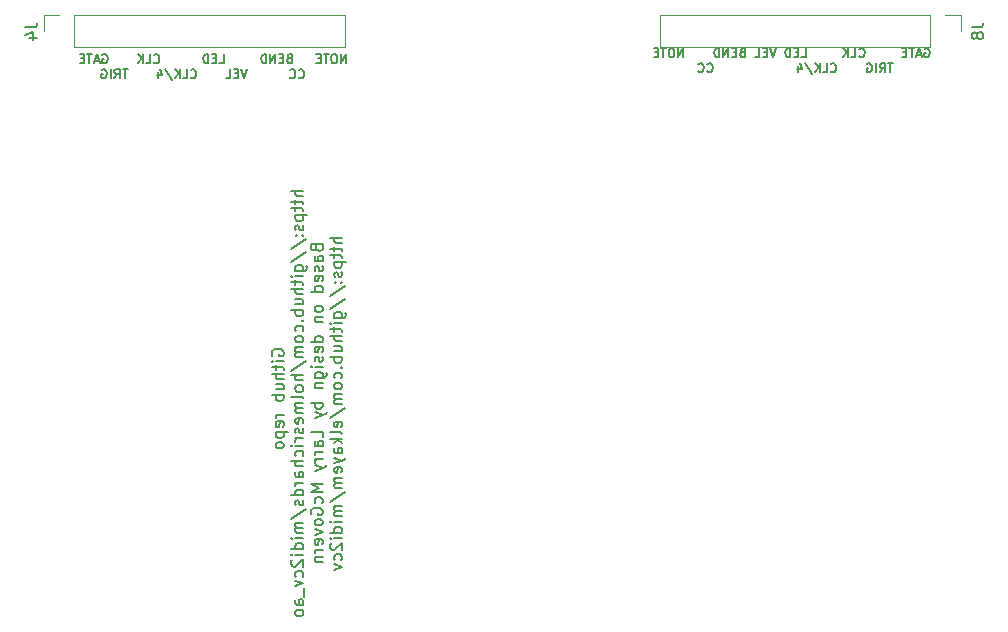
<source format=gbr>
%TF.GenerationSoftware,KiCad,Pcbnew,5.1.6-c6e7f7d~87~ubuntu20.04.1*%
%TF.CreationDate,2020-10-30T18:00:46-04:00*%
%TF.ProjectId,midi2cv_ao,6d696469-3263-4765-9f61-6f2e6b696361,rev?*%
%TF.SameCoordinates,Original*%
%TF.FileFunction,Legend,Bot*%
%TF.FilePolarity,Positive*%
%FSLAX46Y46*%
G04 Gerber Fmt 4.6, Leading zero omitted, Abs format (unit mm)*
G04 Created by KiCad (PCBNEW 5.1.6-c6e7f7d~87~ubuntu20.04.1) date 2020-10-30 18:00:46*
%MOMM*%
%LPD*%
G01*
G04 APERTURE LIST*
%ADD10C,0.150000*%
%ADD11C,0.120000*%
G04 APERTURE END LIST*
D10*
X133750000Y-68987500D02*
X133821428Y-68951785D01*
X133928571Y-68951785D01*
X134035714Y-68987500D01*
X134107142Y-69058928D01*
X134142857Y-69130357D01*
X134178571Y-69273214D01*
X134178571Y-69380357D01*
X134142857Y-69523214D01*
X134107142Y-69594642D01*
X134035714Y-69666071D01*
X133928571Y-69701785D01*
X133857142Y-69701785D01*
X133750000Y-69666071D01*
X133714285Y-69630357D01*
X133714285Y-69380357D01*
X133857142Y-69380357D01*
X133428571Y-69487500D02*
X133071428Y-69487500D01*
X133500000Y-69701785D02*
X133250000Y-68951785D01*
X133000000Y-69701785D01*
X132857142Y-68951785D02*
X132428571Y-68951785D01*
X132642857Y-69701785D02*
X132642857Y-68951785D01*
X132178571Y-69308928D02*
X131928571Y-69308928D01*
X131821428Y-69701785D02*
X132178571Y-69701785D01*
X132178571Y-68951785D01*
X131821428Y-68951785D01*
X128214285Y-69630357D02*
X128250000Y-69666071D01*
X128357142Y-69701785D01*
X128428571Y-69701785D01*
X128535714Y-69666071D01*
X128607142Y-69594642D01*
X128642857Y-69523214D01*
X128678571Y-69380357D01*
X128678571Y-69273214D01*
X128642857Y-69130357D01*
X128607142Y-69058928D01*
X128535714Y-68987500D01*
X128428571Y-68951785D01*
X128357142Y-68951785D01*
X128250000Y-68987500D01*
X128214285Y-69023214D01*
X127535714Y-69701785D02*
X127892857Y-69701785D01*
X127892857Y-68951785D01*
X127285714Y-69701785D02*
X127285714Y-68951785D01*
X126857142Y-69701785D02*
X127178571Y-69273214D01*
X126857142Y-68951785D02*
X127285714Y-69380357D01*
X123321428Y-69701785D02*
X123678571Y-69701785D01*
X123678571Y-68951785D01*
X123071428Y-69308928D02*
X122821428Y-69308928D01*
X122714285Y-69701785D02*
X123071428Y-69701785D01*
X123071428Y-68951785D01*
X122714285Y-68951785D01*
X122392857Y-69701785D02*
X122392857Y-68951785D01*
X122214285Y-68951785D01*
X122107142Y-68987500D01*
X122035714Y-69058928D01*
X122000000Y-69130357D01*
X121964285Y-69273214D01*
X121964285Y-69380357D01*
X122000000Y-69523214D01*
X122035714Y-69594642D01*
X122107142Y-69666071D01*
X122214285Y-69701785D01*
X122392857Y-69701785D01*
X121178571Y-68951785D02*
X120928571Y-69701785D01*
X120678571Y-68951785D01*
X120428571Y-69308928D02*
X120178571Y-69308928D01*
X120071428Y-69701785D02*
X120428571Y-69701785D01*
X120428571Y-68951785D01*
X120071428Y-68951785D01*
X119392857Y-69701785D02*
X119750000Y-69701785D01*
X119750000Y-68951785D01*
X118321428Y-69308928D02*
X118214285Y-69344642D01*
X118178571Y-69380357D01*
X118142857Y-69451785D01*
X118142857Y-69558928D01*
X118178571Y-69630357D01*
X118214285Y-69666071D01*
X118285714Y-69701785D01*
X118571428Y-69701785D01*
X118571428Y-68951785D01*
X118321428Y-68951785D01*
X118250000Y-68987500D01*
X118214285Y-69023214D01*
X118178571Y-69094642D01*
X118178571Y-69166071D01*
X118214285Y-69237500D01*
X118250000Y-69273214D01*
X118321428Y-69308928D01*
X118571428Y-69308928D01*
X117821428Y-69308928D02*
X117571428Y-69308928D01*
X117464285Y-69701785D02*
X117821428Y-69701785D01*
X117821428Y-68951785D01*
X117464285Y-68951785D01*
X117142857Y-69701785D02*
X117142857Y-68951785D01*
X116714285Y-69701785D01*
X116714285Y-68951785D01*
X116357142Y-69701785D02*
X116357142Y-68951785D01*
X116178571Y-68951785D01*
X116071428Y-68987500D01*
X116000000Y-69058928D01*
X115964285Y-69130357D01*
X115928571Y-69273214D01*
X115928571Y-69380357D01*
X115964285Y-69523214D01*
X116000000Y-69594642D01*
X116071428Y-69666071D01*
X116178571Y-69701785D01*
X116357142Y-69701785D01*
X113321428Y-69701785D02*
X113321428Y-68951785D01*
X112892857Y-69701785D01*
X112892857Y-68951785D01*
X112392857Y-68951785D02*
X112250000Y-68951785D01*
X112178571Y-68987500D01*
X112107142Y-69058928D01*
X112071428Y-69201785D01*
X112071428Y-69451785D01*
X112107142Y-69594642D01*
X112178571Y-69666071D01*
X112250000Y-69701785D01*
X112392857Y-69701785D01*
X112464285Y-69666071D01*
X112535714Y-69594642D01*
X112571428Y-69451785D01*
X112571428Y-69201785D01*
X112535714Y-69058928D01*
X112464285Y-68987500D01*
X112392857Y-68951785D01*
X111857142Y-68951785D02*
X111428571Y-68951785D01*
X111642857Y-69701785D02*
X111642857Y-68951785D01*
X111178571Y-69308928D02*
X110928571Y-69308928D01*
X110821428Y-69701785D02*
X111178571Y-69701785D01*
X111178571Y-68951785D01*
X110821428Y-68951785D01*
X131053571Y-70226785D02*
X130625000Y-70226785D01*
X130839285Y-70976785D02*
X130839285Y-70226785D01*
X129946428Y-70976785D02*
X130196428Y-70619642D01*
X130375000Y-70976785D02*
X130375000Y-70226785D01*
X130089285Y-70226785D01*
X130017857Y-70262500D01*
X129982142Y-70298214D01*
X129946428Y-70369642D01*
X129946428Y-70476785D01*
X129982142Y-70548214D01*
X130017857Y-70583928D01*
X130089285Y-70619642D01*
X130375000Y-70619642D01*
X129625000Y-70976785D02*
X129625000Y-70226785D01*
X128875000Y-70262500D02*
X128946428Y-70226785D01*
X129053571Y-70226785D01*
X129160714Y-70262500D01*
X129232142Y-70333928D01*
X129267857Y-70405357D01*
X129303571Y-70548214D01*
X129303571Y-70655357D01*
X129267857Y-70798214D01*
X129232142Y-70869642D01*
X129160714Y-70941071D01*
X129053571Y-70976785D01*
X128982142Y-70976785D01*
X128875000Y-70941071D01*
X128839285Y-70905357D01*
X128839285Y-70655357D01*
X128982142Y-70655357D01*
X125803571Y-70905357D02*
X125839285Y-70941071D01*
X125946428Y-70976785D01*
X126017857Y-70976785D01*
X126125000Y-70941071D01*
X126196428Y-70869642D01*
X126232142Y-70798214D01*
X126267857Y-70655357D01*
X126267857Y-70548214D01*
X126232142Y-70405357D01*
X126196428Y-70333928D01*
X126125000Y-70262500D01*
X126017857Y-70226785D01*
X125946428Y-70226785D01*
X125839285Y-70262500D01*
X125803571Y-70298214D01*
X125125000Y-70976785D02*
X125482142Y-70976785D01*
X125482142Y-70226785D01*
X124875000Y-70976785D02*
X124875000Y-70226785D01*
X124446428Y-70976785D02*
X124767857Y-70548214D01*
X124446428Y-70226785D02*
X124875000Y-70655357D01*
X123589285Y-70191071D02*
X124232142Y-71155357D01*
X123017857Y-70476785D02*
X123017857Y-70976785D01*
X123196428Y-70191071D02*
X123375000Y-70726785D01*
X122910714Y-70726785D01*
X115339285Y-70905357D02*
X115375000Y-70941071D01*
X115482142Y-70976785D01*
X115553571Y-70976785D01*
X115660714Y-70941071D01*
X115732142Y-70869642D01*
X115767857Y-70798214D01*
X115803571Y-70655357D01*
X115803571Y-70548214D01*
X115767857Y-70405357D01*
X115732142Y-70333928D01*
X115660714Y-70262500D01*
X115553571Y-70226785D01*
X115482142Y-70226785D01*
X115375000Y-70262500D01*
X115339285Y-70298214D01*
X114589285Y-70905357D02*
X114625000Y-70941071D01*
X114732142Y-70976785D01*
X114803571Y-70976785D01*
X114910714Y-70941071D01*
X114982142Y-70869642D01*
X115017857Y-70798214D01*
X115053571Y-70655357D01*
X115053571Y-70548214D01*
X115017857Y-70405357D01*
X114982142Y-70333928D01*
X114910714Y-70262500D01*
X114803571Y-70226785D01*
X114732142Y-70226785D01*
X114625000Y-70262500D01*
X114589285Y-70298214D01*
X84750000Y-70201785D02*
X84750000Y-69451785D01*
X84321428Y-70201785D01*
X84321428Y-69451785D01*
X83821428Y-69451785D02*
X83678571Y-69451785D01*
X83607142Y-69487500D01*
X83535714Y-69558928D01*
X83500000Y-69701785D01*
X83500000Y-69951785D01*
X83535714Y-70094642D01*
X83607142Y-70166071D01*
X83678571Y-70201785D01*
X83821428Y-70201785D01*
X83892857Y-70166071D01*
X83964285Y-70094642D01*
X84000000Y-69951785D01*
X84000000Y-69701785D01*
X83964285Y-69558928D01*
X83892857Y-69487500D01*
X83821428Y-69451785D01*
X83285714Y-69451785D02*
X82857142Y-69451785D01*
X83071428Y-70201785D02*
X83071428Y-69451785D01*
X82607142Y-69808928D02*
X82357142Y-69808928D01*
X82250000Y-70201785D02*
X82607142Y-70201785D01*
X82607142Y-69451785D01*
X82250000Y-69451785D01*
X79964285Y-69808928D02*
X79857142Y-69844642D01*
X79821428Y-69880357D01*
X79785714Y-69951785D01*
X79785714Y-70058928D01*
X79821428Y-70130357D01*
X79857142Y-70166071D01*
X79928571Y-70201785D01*
X80214285Y-70201785D01*
X80214285Y-69451785D01*
X79964285Y-69451785D01*
X79892857Y-69487500D01*
X79857142Y-69523214D01*
X79821428Y-69594642D01*
X79821428Y-69666071D01*
X79857142Y-69737500D01*
X79892857Y-69773214D01*
X79964285Y-69808928D01*
X80214285Y-69808928D01*
X79464285Y-69808928D02*
X79214285Y-69808928D01*
X79107142Y-70201785D02*
X79464285Y-70201785D01*
X79464285Y-69451785D01*
X79107142Y-69451785D01*
X78785714Y-70201785D02*
X78785714Y-69451785D01*
X78357142Y-70201785D01*
X78357142Y-69451785D01*
X78000000Y-70201785D02*
X78000000Y-69451785D01*
X77821428Y-69451785D01*
X77714285Y-69487500D01*
X77642857Y-69558928D01*
X77607142Y-69630357D01*
X77571428Y-69773214D01*
X77571428Y-69880357D01*
X77607142Y-70023214D01*
X77642857Y-70094642D01*
X77714285Y-70166071D01*
X77821428Y-70201785D01*
X78000000Y-70201785D01*
X74035714Y-70201785D02*
X74392857Y-70201785D01*
X74392857Y-69451785D01*
X73785714Y-69808928D02*
X73535714Y-69808928D01*
X73428571Y-70201785D02*
X73785714Y-70201785D01*
X73785714Y-69451785D01*
X73428571Y-69451785D01*
X73107142Y-70201785D02*
X73107142Y-69451785D01*
X72928571Y-69451785D01*
X72821428Y-69487500D01*
X72750000Y-69558928D01*
X72714285Y-69630357D01*
X72678571Y-69773214D01*
X72678571Y-69880357D01*
X72714285Y-70023214D01*
X72750000Y-70094642D01*
X72821428Y-70166071D01*
X72928571Y-70201785D01*
X73107142Y-70201785D01*
X68500000Y-70130357D02*
X68535714Y-70166071D01*
X68642857Y-70201785D01*
X68714285Y-70201785D01*
X68821428Y-70166071D01*
X68892857Y-70094642D01*
X68928571Y-70023214D01*
X68964285Y-69880357D01*
X68964285Y-69773214D01*
X68928571Y-69630357D01*
X68892857Y-69558928D01*
X68821428Y-69487500D01*
X68714285Y-69451785D01*
X68642857Y-69451785D01*
X68535714Y-69487500D01*
X68500000Y-69523214D01*
X67821428Y-70201785D02*
X68178571Y-70201785D01*
X68178571Y-69451785D01*
X67571428Y-70201785D02*
X67571428Y-69451785D01*
X67142857Y-70201785D02*
X67464285Y-69773214D01*
X67142857Y-69451785D02*
X67571428Y-69880357D01*
X64142857Y-69487500D02*
X64214285Y-69451785D01*
X64321428Y-69451785D01*
X64428571Y-69487500D01*
X64500000Y-69558928D01*
X64535714Y-69630357D01*
X64571428Y-69773214D01*
X64571428Y-69880357D01*
X64535714Y-70023214D01*
X64500000Y-70094642D01*
X64428571Y-70166071D01*
X64321428Y-70201785D01*
X64250000Y-70201785D01*
X64142857Y-70166071D01*
X64107142Y-70130357D01*
X64107142Y-69880357D01*
X64250000Y-69880357D01*
X63821428Y-69987500D02*
X63464285Y-69987500D01*
X63892857Y-70201785D02*
X63642857Y-69451785D01*
X63392857Y-70201785D01*
X63250000Y-69451785D02*
X62821428Y-69451785D01*
X63035714Y-70201785D02*
X63035714Y-69451785D01*
X62571428Y-69808928D02*
X62321428Y-69808928D01*
X62214285Y-70201785D02*
X62571428Y-70201785D01*
X62571428Y-69451785D01*
X62214285Y-69451785D01*
X80767857Y-71405357D02*
X80803571Y-71441071D01*
X80910714Y-71476785D01*
X80982142Y-71476785D01*
X81089285Y-71441071D01*
X81160714Y-71369642D01*
X81196428Y-71298214D01*
X81232142Y-71155357D01*
X81232142Y-71048214D01*
X81196428Y-70905357D01*
X81160714Y-70833928D01*
X81089285Y-70762500D01*
X80982142Y-70726785D01*
X80910714Y-70726785D01*
X80803571Y-70762500D01*
X80767857Y-70798214D01*
X80017857Y-71405357D02*
X80053571Y-71441071D01*
X80160714Y-71476785D01*
X80232142Y-71476785D01*
X80339285Y-71441071D01*
X80410714Y-71369642D01*
X80446428Y-71298214D01*
X80482142Y-71155357D01*
X80482142Y-71048214D01*
X80446428Y-70905357D01*
X80410714Y-70833928D01*
X80339285Y-70762500D01*
X80232142Y-70726785D01*
X80160714Y-70726785D01*
X80053571Y-70762500D01*
X80017857Y-70798214D01*
X76375000Y-70726785D02*
X76125000Y-71476785D01*
X75875000Y-70726785D01*
X75625000Y-71083928D02*
X75375000Y-71083928D01*
X75267857Y-71476785D02*
X75625000Y-71476785D01*
X75625000Y-70726785D01*
X75267857Y-70726785D01*
X74589285Y-71476785D02*
X74946428Y-71476785D01*
X74946428Y-70726785D01*
X71625000Y-71405357D02*
X71660714Y-71441071D01*
X71767857Y-71476785D01*
X71839285Y-71476785D01*
X71946428Y-71441071D01*
X72017857Y-71369642D01*
X72053571Y-71298214D01*
X72089285Y-71155357D01*
X72089285Y-71048214D01*
X72053571Y-70905357D01*
X72017857Y-70833928D01*
X71946428Y-70762500D01*
X71839285Y-70726785D01*
X71767857Y-70726785D01*
X71660714Y-70762500D01*
X71625000Y-70798214D01*
X70946428Y-71476785D02*
X71303571Y-71476785D01*
X71303571Y-70726785D01*
X70696428Y-71476785D02*
X70696428Y-70726785D01*
X70267857Y-71476785D02*
X70589285Y-71048214D01*
X70267857Y-70726785D02*
X70696428Y-71155357D01*
X69410714Y-70691071D02*
X70053571Y-71655357D01*
X68839285Y-70976785D02*
X68839285Y-71476785D01*
X69017857Y-70691071D02*
X69196428Y-71226785D01*
X68732142Y-71226785D01*
X66267857Y-70726785D02*
X65839285Y-70726785D01*
X66053571Y-71476785D02*
X66053571Y-70726785D01*
X65160714Y-71476785D02*
X65410714Y-71119642D01*
X65589285Y-71476785D02*
X65589285Y-70726785D01*
X65303571Y-70726785D01*
X65232142Y-70762500D01*
X65196428Y-70798214D01*
X65160714Y-70869642D01*
X65160714Y-70976785D01*
X65196428Y-71048214D01*
X65232142Y-71083928D01*
X65303571Y-71119642D01*
X65589285Y-71119642D01*
X64839285Y-71476785D02*
X64839285Y-70726785D01*
X64089285Y-70762500D02*
X64160714Y-70726785D01*
X64267857Y-70726785D01*
X64375000Y-70762500D01*
X64446428Y-70833928D01*
X64482142Y-70905357D01*
X64517857Y-71048214D01*
X64517857Y-71155357D01*
X64482142Y-71298214D01*
X64446428Y-71369642D01*
X64375000Y-71441071D01*
X64267857Y-71476785D01*
X64196428Y-71476785D01*
X64089285Y-71441071D01*
X64053571Y-71405357D01*
X64053571Y-71155357D01*
X64196428Y-71155357D01*
X78525000Y-94976190D02*
X78477380Y-94880952D01*
X78477380Y-94738095D01*
X78525000Y-94595238D01*
X78620238Y-94500000D01*
X78715476Y-94452380D01*
X78905952Y-94404761D01*
X79048809Y-94404761D01*
X79239285Y-94452380D01*
X79334523Y-94500000D01*
X79429761Y-94595238D01*
X79477380Y-94738095D01*
X79477380Y-94833333D01*
X79429761Y-94976190D01*
X79382142Y-95023809D01*
X79048809Y-95023809D01*
X79048809Y-94833333D01*
X79477380Y-95452380D02*
X78810714Y-95452380D01*
X78477380Y-95452380D02*
X78525000Y-95404761D01*
X78572619Y-95452380D01*
X78525000Y-95500000D01*
X78477380Y-95452380D01*
X78572619Y-95452380D01*
X78810714Y-95785714D02*
X78810714Y-96166666D01*
X78477380Y-95928571D02*
X79334523Y-95928571D01*
X79429761Y-95976190D01*
X79477380Y-96071428D01*
X79477380Y-96166666D01*
X79477380Y-96500000D02*
X78477380Y-96500000D01*
X79477380Y-96928571D02*
X78953571Y-96928571D01*
X78858333Y-96880952D01*
X78810714Y-96785714D01*
X78810714Y-96642857D01*
X78858333Y-96547619D01*
X78905952Y-96500000D01*
X78810714Y-97833333D02*
X79477380Y-97833333D01*
X78810714Y-97404761D02*
X79334523Y-97404761D01*
X79429761Y-97452380D01*
X79477380Y-97547619D01*
X79477380Y-97690476D01*
X79429761Y-97785714D01*
X79382142Y-97833333D01*
X79477380Y-98309523D02*
X78477380Y-98309523D01*
X78858333Y-98309523D02*
X78810714Y-98404761D01*
X78810714Y-98595238D01*
X78858333Y-98690476D01*
X78905952Y-98738095D01*
X79001190Y-98785714D01*
X79286904Y-98785714D01*
X79382142Y-98738095D01*
X79429761Y-98690476D01*
X79477380Y-98595238D01*
X79477380Y-98404761D01*
X79429761Y-98309523D01*
X79477380Y-99976190D02*
X78810714Y-99976190D01*
X79001190Y-99976190D02*
X78905952Y-100023809D01*
X78858333Y-100071428D01*
X78810714Y-100166666D01*
X78810714Y-100261904D01*
X79429761Y-100976190D02*
X79477380Y-100880952D01*
X79477380Y-100690476D01*
X79429761Y-100595238D01*
X79334523Y-100547619D01*
X78953571Y-100547619D01*
X78858333Y-100595238D01*
X78810714Y-100690476D01*
X78810714Y-100880952D01*
X78858333Y-100976190D01*
X78953571Y-101023809D01*
X79048809Y-101023809D01*
X79144047Y-100547619D01*
X78810714Y-101452380D02*
X79810714Y-101452380D01*
X78858333Y-101452380D02*
X78810714Y-101547619D01*
X78810714Y-101738095D01*
X78858333Y-101833333D01*
X78905952Y-101880952D01*
X79001190Y-101928571D01*
X79286904Y-101928571D01*
X79382142Y-101880952D01*
X79429761Y-101833333D01*
X79477380Y-101738095D01*
X79477380Y-101547619D01*
X79429761Y-101452380D01*
X79477380Y-102500000D02*
X79429761Y-102404761D01*
X79382142Y-102357142D01*
X79286904Y-102309523D01*
X79001190Y-102309523D01*
X78905952Y-102357142D01*
X78858333Y-102404761D01*
X78810714Y-102500000D01*
X78810714Y-102642857D01*
X78858333Y-102738095D01*
X78905952Y-102785714D01*
X79001190Y-102833333D01*
X79286904Y-102833333D01*
X79382142Y-102785714D01*
X79429761Y-102738095D01*
X79477380Y-102642857D01*
X79477380Y-102500000D01*
X81127380Y-81023809D02*
X80127380Y-81023809D01*
X81127380Y-81452380D02*
X80603571Y-81452380D01*
X80508333Y-81404761D01*
X80460714Y-81309523D01*
X80460714Y-81166666D01*
X80508333Y-81071428D01*
X80555952Y-81023809D01*
X80460714Y-81785714D02*
X80460714Y-82166666D01*
X80127380Y-81928571D02*
X80984523Y-81928571D01*
X81079761Y-81976190D01*
X81127380Y-82071428D01*
X81127380Y-82166666D01*
X80460714Y-82357142D02*
X80460714Y-82738095D01*
X80127380Y-82500000D02*
X80984523Y-82500000D01*
X81079761Y-82547619D01*
X81127380Y-82642857D01*
X81127380Y-82738095D01*
X80460714Y-83071428D02*
X81460714Y-83071428D01*
X80508333Y-83071428D02*
X80460714Y-83166666D01*
X80460714Y-83357142D01*
X80508333Y-83452380D01*
X80555952Y-83500000D01*
X80651190Y-83547619D01*
X80936904Y-83547619D01*
X81032142Y-83500000D01*
X81079761Y-83452380D01*
X81127380Y-83357142D01*
X81127380Y-83166666D01*
X81079761Y-83071428D01*
X81079761Y-83928571D02*
X81127380Y-84023809D01*
X81127380Y-84214285D01*
X81079761Y-84309523D01*
X80984523Y-84357142D01*
X80936904Y-84357142D01*
X80841666Y-84309523D01*
X80794047Y-84214285D01*
X80794047Y-84071428D01*
X80746428Y-83976190D01*
X80651190Y-83928571D01*
X80603571Y-83928571D01*
X80508333Y-83976190D01*
X80460714Y-84071428D01*
X80460714Y-84214285D01*
X80508333Y-84309523D01*
X81032142Y-84785714D02*
X81079761Y-84833333D01*
X81127380Y-84785714D01*
X81079761Y-84738095D01*
X81032142Y-84785714D01*
X81127380Y-84785714D01*
X80508333Y-84785714D02*
X80555952Y-84833333D01*
X80603571Y-84785714D01*
X80555952Y-84738095D01*
X80508333Y-84785714D01*
X80603571Y-84785714D01*
X80079761Y-85976190D02*
X81365476Y-85119047D01*
X80079761Y-87023809D02*
X81365476Y-86166666D01*
X80460714Y-87785714D02*
X81270238Y-87785714D01*
X81365476Y-87738095D01*
X81413095Y-87690476D01*
X81460714Y-87595238D01*
X81460714Y-87452380D01*
X81413095Y-87357142D01*
X81079761Y-87785714D02*
X81127380Y-87690476D01*
X81127380Y-87500000D01*
X81079761Y-87404761D01*
X81032142Y-87357142D01*
X80936904Y-87309523D01*
X80651190Y-87309523D01*
X80555952Y-87357142D01*
X80508333Y-87404761D01*
X80460714Y-87500000D01*
X80460714Y-87690476D01*
X80508333Y-87785714D01*
X81127380Y-88261904D02*
X80460714Y-88261904D01*
X80127380Y-88261904D02*
X80175000Y-88214285D01*
X80222619Y-88261904D01*
X80175000Y-88309523D01*
X80127380Y-88261904D01*
X80222619Y-88261904D01*
X80460714Y-88595238D02*
X80460714Y-88976190D01*
X80127380Y-88738095D02*
X80984523Y-88738095D01*
X81079761Y-88785714D01*
X81127380Y-88880952D01*
X81127380Y-88976190D01*
X81127380Y-89309523D02*
X80127380Y-89309523D01*
X81127380Y-89738095D02*
X80603571Y-89738095D01*
X80508333Y-89690476D01*
X80460714Y-89595238D01*
X80460714Y-89452380D01*
X80508333Y-89357142D01*
X80555952Y-89309523D01*
X80460714Y-90642857D02*
X81127380Y-90642857D01*
X80460714Y-90214285D02*
X80984523Y-90214285D01*
X81079761Y-90261904D01*
X81127380Y-90357142D01*
X81127380Y-90500000D01*
X81079761Y-90595238D01*
X81032142Y-90642857D01*
X81127380Y-91119047D02*
X80127380Y-91119047D01*
X80508333Y-91119047D02*
X80460714Y-91214285D01*
X80460714Y-91404761D01*
X80508333Y-91500000D01*
X80555952Y-91547619D01*
X80651190Y-91595238D01*
X80936904Y-91595238D01*
X81032142Y-91547619D01*
X81079761Y-91500000D01*
X81127380Y-91404761D01*
X81127380Y-91214285D01*
X81079761Y-91119047D01*
X81032142Y-92023809D02*
X81079761Y-92071428D01*
X81127380Y-92023809D01*
X81079761Y-91976190D01*
X81032142Y-92023809D01*
X81127380Y-92023809D01*
X81079761Y-92928571D02*
X81127380Y-92833333D01*
X81127380Y-92642857D01*
X81079761Y-92547619D01*
X81032142Y-92500000D01*
X80936904Y-92452380D01*
X80651190Y-92452380D01*
X80555952Y-92500000D01*
X80508333Y-92547619D01*
X80460714Y-92642857D01*
X80460714Y-92833333D01*
X80508333Y-92928571D01*
X81127380Y-93500000D02*
X81079761Y-93404761D01*
X81032142Y-93357142D01*
X80936904Y-93309523D01*
X80651190Y-93309523D01*
X80555952Y-93357142D01*
X80508333Y-93404761D01*
X80460714Y-93500000D01*
X80460714Y-93642857D01*
X80508333Y-93738095D01*
X80555952Y-93785714D01*
X80651190Y-93833333D01*
X80936904Y-93833333D01*
X81032142Y-93785714D01*
X81079761Y-93738095D01*
X81127380Y-93642857D01*
X81127380Y-93500000D01*
X81127380Y-94261904D02*
X80460714Y-94261904D01*
X80555952Y-94261904D02*
X80508333Y-94309523D01*
X80460714Y-94404761D01*
X80460714Y-94547619D01*
X80508333Y-94642857D01*
X80603571Y-94690476D01*
X81127380Y-94690476D01*
X80603571Y-94690476D02*
X80508333Y-94738095D01*
X80460714Y-94833333D01*
X80460714Y-94976190D01*
X80508333Y-95071428D01*
X80603571Y-95119047D01*
X81127380Y-95119047D01*
X80079761Y-96309523D02*
X81365476Y-95452380D01*
X81127380Y-96642857D02*
X80127380Y-96642857D01*
X81127380Y-97071428D02*
X80603571Y-97071428D01*
X80508333Y-97023809D01*
X80460714Y-96928571D01*
X80460714Y-96785714D01*
X80508333Y-96690476D01*
X80555952Y-96642857D01*
X81127380Y-97690476D02*
X81079761Y-97595238D01*
X81032142Y-97547619D01*
X80936904Y-97500000D01*
X80651190Y-97500000D01*
X80555952Y-97547619D01*
X80508333Y-97595238D01*
X80460714Y-97690476D01*
X80460714Y-97833333D01*
X80508333Y-97928571D01*
X80555952Y-97976190D01*
X80651190Y-98023809D01*
X80936904Y-98023809D01*
X81032142Y-97976190D01*
X81079761Y-97928571D01*
X81127380Y-97833333D01*
X81127380Y-97690476D01*
X81127380Y-98595238D02*
X81079761Y-98500000D01*
X80984523Y-98452380D01*
X80127380Y-98452380D01*
X81127380Y-98976190D02*
X80460714Y-98976190D01*
X80555952Y-98976190D02*
X80508333Y-99023809D01*
X80460714Y-99119047D01*
X80460714Y-99261904D01*
X80508333Y-99357142D01*
X80603571Y-99404761D01*
X81127380Y-99404761D01*
X80603571Y-99404761D02*
X80508333Y-99452380D01*
X80460714Y-99547619D01*
X80460714Y-99690476D01*
X80508333Y-99785714D01*
X80603571Y-99833333D01*
X81127380Y-99833333D01*
X81079761Y-100690476D02*
X81127380Y-100595238D01*
X81127380Y-100404761D01*
X81079761Y-100309523D01*
X80984523Y-100261904D01*
X80603571Y-100261904D01*
X80508333Y-100309523D01*
X80460714Y-100404761D01*
X80460714Y-100595238D01*
X80508333Y-100690476D01*
X80603571Y-100738095D01*
X80698809Y-100738095D01*
X80794047Y-100261904D01*
X81079761Y-101119047D02*
X81127380Y-101214285D01*
X81127380Y-101404761D01*
X81079761Y-101500000D01*
X80984523Y-101547619D01*
X80936904Y-101547619D01*
X80841666Y-101500000D01*
X80794047Y-101404761D01*
X80794047Y-101261904D01*
X80746428Y-101166666D01*
X80651190Y-101119047D01*
X80603571Y-101119047D01*
X80508333Y-101166666D01*
X80460714Y-101261904D01*
X80460714Y-101404761D01*
X80508333Y-101500000D01*
X81127380Y-101976190D02*
X80460714Y-101976190D01*
X80651190Y-101976190D02*
X80555952Y-102023809D01*
X80508333Y-102071428D01*
X80460714Y-102166666D01*
X80460714Y-102261904D01*
X81127380Y-102595238D02*
X80460714Y-102595238D01*
X80127380Y-102595238D02*
X80175000Y-102547619D01*
X80222619Y-102595238D01*
X80175000Y-102642857D01*
X80127380Y-102595238D01*
X80222619Y-102595238D01*
X81079761Y-103500000D02*
X81127380Y-103404761D01*
X81127380Y-103214285D01*
X81079761Y-103119047D01*
X81032142Y-103071428D01*
X80936904Y-103023809D01*
X80651190Y-103023809D01*
X80555952Y-103071428D01*
X80508333Y-103119047D01*
X80460714Y-103214285D01*
X80460714Y-103404761D01*
X80508333Y-103500000D01*
X81127380Y-103928571D02*
X80127380Y-103928571D01*
X81127380Y-104357142D02*
X80603571Y-104357142D01*
X80508333Y-104309523D01*
X80460714Y-104214285D01*
X80460714Y-104071428D01*
X80508333Y-103976190D01*
X80555952Y-103928571D01*
X81127380Y-105261904D02*
X80603571Y-105261904D01*
X80508333Y-105214285D01*
X80460714Y-105119047D01*
X80460714Y-104928571D01*
X80508333Y-104833333D01*
X81079761Y-105261904D02*
X81127380Y-105166666D01*
X81127380Y-104928571D01*
X81079761Y-104833333D01*
X80984523Y-104785714D01*
X80889285Y-104785714D01*
X80794047Y-104833333D01*
X80746428Y-104928571D01*
X80746428Y-105166666D01*
X80698809Y-105261904D01*
X81127380Y-105738095D02*
X80460714Y-105738095D01*
X80651190Y-105738095D02*
X80555952Y-105785714D01*
X80508333Y-105833333D01*
X80460714Y-105928571D01*
X80460714Y-106023809D01*
X81127380Y-106785714D02*
X80127380Y-106785714D01*
X81079761Y-106785714D02*
X81127380Y-106690476D01*
X81127380Y-106500000D01*
X81079761Y-106404761D01*
X81032142Y-106357142D01*
X80936904Y-106309523D01*
X80651190Y-106309523D01*
X80555952Y-106357142D01*
X80508333Y-106404761D01*
X80460714Y-106500000D01*
X80460714Y-106690476D01*
X80508333Y-106785714D01*
X81079761Y-107214285D02*
X81127380Y-107309523D01*
X81127380Y-107500000D01*
X81079761Y-107595238D01*
X80984523Y-107642857D01*
X80936904Y-107642857D01*
X80841666Y-107595238D01*
X80794047Y-107500000D01*
X80794047Y-107357142D01*
X80746428Y-107261904D01*
X80651190Y-107214285D01*
X80603571Y-107214285D01*
X80508333Y-107261904D01*
X80460714Y-107357142D01*
X80460714Y-107500000D01*
X80508333Y-107595238D01*
X80079761Y-108785714D02*
X81365476Y-107928571D01*
X81127380Y-109119047D02*
X80460714Y-109119047D01*
X80555952Y-109119047D02*
X80508333Y-109166666D01*
X80460714Y-109261904D01*
X80460714Y-109404761D01*
X80508333Y-109500000D01*
X80603571Y-109547619D01*
X81127380Y-109547619D01*
X80603571Y-109547619D02*
X80508333Y-109595238D01*
X80460714Y-109690476D01*
X80460714Y-109833333D01*
X80508333Y-109928571D01*
X80603571Y-109976190D01*
X81127380Y-109976190D01*
X81127380Y-110452380D02*
X80460714Y-110452380D01*
X80127380Y-110452380D02*
X80175000Y-110404761D01*
X80222619Y-110452380D01*
X80175000Y-110500000D01*
X80127380Y-110452380D01*
X80222619Y-110452380D01*
X81127380Y-111357142D02*
X80127380Y-111357142D01*
X81079761Y-111357142D02*
X81127380Y-111261904D01*
X81127380Y-111071428D01*
X81079761Y-110976190D01*
X81032142Y-110928571D01*
X80936904Y-110880952D01*
X80651190Y-110880952D01*
X80555952Y-110928571D01*
X80508333Y-110976190D01*
X80460714Y-111071428D01*
X80460714Y-111261904D01*
X80508333Y-111357142D01*
X81127380Y-111833333D02*
X80460714Y-111833333D01*
X80127380Y-111833333D02*
X80175000Y-111785714D01*
X80222619Y-111833333D01*
X80175000Y-111880952D01*
X80127380Y-111833333D01*
X80222619Y-111833333D01*
X80222619Y-112261904D02*
X80175000Y-112309523D01*
X80127380Y-112404761D01*
X80127380Y-112642857D01*
X80175000Y-112738095D01*
X80222619Y-112785714D01*
X80317857Y-112833333D01*
X80413095Y-112833333D01*
X80555952Y-112785714D01*
X81127380Y-112214285D01*
X81127380Y-112833333D01*
X81079761Y-113690476D02*
X81127380Y-113595238D01*
X81127380Y-113404761D01*
X81079761Y-113309523D01*
X81032142Y-113261904D01*
X80936904Y-113214285D01*
X80651190Y-113214285D01*
X80555952Y-113261904D01*
X80508333Y-113309523D01*
X80460714Y-113404761D01*
X80460714Y-113595238D01*
X80508333Y-113690476D01*
X80460714Y-114023809D02*
X81127380Y-114261904D01*
X80460714Y-114500000D01*
X81222619Y-114642857D02*
X81222619Y-115404761D01*
X81127380Y-116071428D02*
X80603571Y-116071428D01*
X80508333Y-116023809D01*
X80460714Y-115928571D01*
X80460714Y-115738095D01*
X80508333Y-115642857D01*
X81079761Y-116071428D02*
X81127380Y-115976190D01*
X81127380Y-115738095D01*
X81079761Y-115642857D01*
X80984523Y-115595238D01*
X80889285Y-115595238D01*
X80794047Y-115642857D01*
X80746428Y-115738095D01*
X80746428Y-115976190D01*
X80698809Y-116071428D01*
X81127380Y-116690476D02*
X81079761Y-116595238D01*
X81032142Y-116547619D01*
X80936904Y-116500000D01*
X80651190Y-116500000D01*
X80555952Y-116547619D01*
X80508333Y-116595238D01*
X80460714Y-116690476D01*
X80460714Y-116833333D01*
X80508333Y-116928571D01*
X80555952Y-116976190D01*
X80651190Y-117023809D01*
X80936904Y-117023809D01*
X81032142Y-116976190D01*
X81079761Y-116928571D01*
X81127380Y-116833333D01*
X81127380Y-116690476D01*
X82253571Y-85880952D02*
X82301190Y-86023809D01*
X82348809Y-86071428D01*
X82444047Y-86119047D01*
X82586904Y-86119047D01*
X82682142Y-86071428D01*
X82729761Y-86023809D01*
X82777380Y-85928571D01*
X82777380Y-85547619D01*
X81777380Y-85547619D01*
X81777380Y-85880952D01*
X81825000Y-85976190D01*
X81872619Y-86023809D01*
X81967857Y-86071428D01*
X82063095Y-86071428D01*
X82158333Y-86023809D01*
X82205952Y-85976190D01*
X82253571Y-85880952D01*
X82253571Y-85547619D01*
X82777380Y-86976190D02*
X82253571Y-86976190D01*
X82158333Y-86928571D01*
X82110714Y-86833333D01*
X82110714Y-86642857D01*
X82158333Y-86547619D01*
X82729761Y-86976190D02*
X82777380Y-86880952D01*
X82777380Y-86642857D01*
X82729761Y-86547619D01*
X82634523Y-86499999D01*
X82539285Y-86499999D01*
X82444047Y-86547619D01*
X82396428Y-86642857D01*
X82396428Y-86880952D01*
X82348809Y-86976190D01*
X82729761Y-87404761D02*
X82777380Y-87499999D01*
X82777380Y-87690476D01*
X82729761Y-87785714D01*
X82634523Y-87833333D01*
X82586904Y-87833333D01*
X82491666Y-87785714D01*
X82444047Y-87690476D01*
X82444047Y-87547619D01*
X82396428Y-87452380D01*
X82301190Y-87404761D01*
X82253571Y-87404761D01*
X82158333Y-87452380D01*
X82110714Y-87547619D01*
X82110714Y-87690476D01*
X82158333Y-87785714D01*
X82729761Y-88642857D02*
X82777380Y-88547619D01*
X82777380Y-88357142D01*
X82729761Y-88261904D01*
X82634523Y-88214285D01*
X82253571Y-88214285D01*
X82158333Y-88261904D01*
X82110714Y-88357142D01*
X82110714Y-88547619D01*
X82158333Y-88642857D01*
X82253571Y-88690476D01*
X82348809Y-88690476D01*
X82444047Y-88214285D01*
X82777380Y-89547619D02*
X81777380Y-89547619D01*
X82729761Y-89547619D02*
X82777380Y-89452380D01*
X82777380Y-89261904D01*
X82729761Y-89166666D01*
X82682142Y-89119047D01*
X82586904Y-89071428D01*
X82301190Y-89071428D01*
X82205952Y-89119047D01*
X82158333Y-89166666D01*
X82110714Y-89261904D01*
X82110714Y-89452380D01*
X82158333Y-89547619D01*
X82777380Y-90928571D02*
X82729761Y-90833333D01*
X82682142Y-90785714D01*
X82586904Y-90738095D01*
X82301190Y-90738095D01*
X82205952Y-90785714D01*
X82158333Y-90833333D01*
X82110714Y-90928571D01*
X82110714Y-91071428D01*
X82158333Y-91166666D01*
X82205952Y-91214285D01*
X82301190Y-91261904D01*
X82586904Y-91261904D01*
X82682142Y-91214285D01*
X82729761Y-91166666D01*
X82777380Y-91071428D01*
X82777380Y-90928571D01*
X82110714Y-91690476D02*
X82777380Y-91690476D01*
X82205952Y-91690476D02*
X82158333Y-91738095D01*
X82110714Y-91833333D01*
X82110714Y-91976190D01*
X82158333Y-92071428D01*
X82253571Y-92119047D01*
X82777380Y-92119047D01*
X82777380Y-93785714D02*
X81777380Y-93785714D01*
X82729761Y-93785714D02*
X82777380Y-93690476D01*
X82777380Y-93499999D01*
X82729761Y-93404761D01*
X82682142Y-93357142D01*
X82586904Y-93309523D01*
X82301190Y-93309523D01*
X82205952Y-93357142D01*
X82158333Y-93404761D01*
X82110714Y-93499999D01*
X82110714Y-93690476D01*
X82158333Y-93785714D01*
X82729761Y-94642857D02*
X82777380Y-94547619D01*
X82777380Y-94357142D01*
X82729761Y-94261904D01*
X82634523Y-94214285D01*
X82253571Y-94214285D01*
X82158333Y-94261904D01*
X82110714Y-94357142D01*
X82110714Y-94547619D01*
X82158333Y-94642857D01*
X82253571Y-94690476D01*
X82348809Y-94690476D01*
X82444047Y-94214285D01*
X82729761Y-95071428D02*
X82777380Y-95166666D01*
X82777380Y-95357142D01*
X82729761Y-95452380D01*
X82634523Y-95499999D01*
X82586904Y-95499999D01*
X82491666Y-95452380D01*
X82444047Y-95357142D01*
X82444047Y-95214285D01*
X82396428Y-95119047D01*
X82301190Y-95071428D01*
X82253571Y-95071428D01*
X82158333Y-95119047D01*
X82110714Y-95214285D01*
X82110714Y-95357142D01*
X82158333Y-95452380D01*
X82777380Y-95928571D02*
X82110714Y-95928571D01*
X81777380Y-95928571D02*
X81825000Y-95880952D01*
X81872619Y-95928571D01*
X81825000Y-95976190D01*
X81777380Y-95928571D01*
X81872619Y-95928571D01*
X82110714Y-96833333D02*
X82920238Y-96833333D01*
X83015476Y-96785714D01*
X83063095Y-96738095D01*
X83110714Y-96642857D01*
X83110714Y-96499999D01*
X83063095Y-96404761D01*
X82729761Y-96833333D02*
X82777380Y-96738095D01*
X82777380Y-96547619D01*
X82729761Y-96452380D01*
X82682142Y-96404761D01*
X82586904Y-96357142D01*
X82301190Y-96357142D01*
X82205952Y-96404761D01*
X82158333Y-96452380D01*
X82110714Y-96547619D01*
X82110714Y-96738095D01*
X82158333Y-96833333D01*
X82110714Y-97309523D02*
X82777380Y-97309523D01*
X82205952Y-97309523D02*
X82158333Y-97357142D01*
X82110714Y-97452380D01*
X82110714Y-97595238D01*
X82158333Y-97690476D01*
X82253571Y-97738095D01*
X82777380Y-97738095D01*
X82777380Y-98976190D02*
X81777380Y-98976190D01*
X82158333Y-98976190D02*
X82110714Y-99071428D01*
X82110714Y-99261904D01*
X82158333Y-99357142D01*
X82205952Y-99404761D01*
X82301190Y-99452380D01*
X82586904Y-99452380D01*
X82682142Y-99404761D01*
X82729761Y-99357142D01*
X82777380Y-99261904D01*
X82777380Y-99071428D01*
X82729761Y-98976190D01*
X82110714Y-99785714D02*
X82777380Y-100023809D01*
X82110714Y-100261904D02*
X82777380Y-100023809D01*
X83015476Y-99928571D01*
X83063095Y-99880952D01*
X83110714Y-99785714D01*
X82777380Y-101880952D02*
X82777380Y-101404761D01*
X81777380Y-101404761D01*
X82777380Y-102642857D02*
X82253571Y-102642857D01*
X82158333Y-102595238D01*
X82110714Y-102499999D01*
X82110714Y-102309523D01*
X82158333Y-102214285D01*
X82729761Y-102642857D02*
X82777380Y-102547619D01*
X82777380Y-102309523D01*
X82729761Y-102214285D01*
X82634523Y-102166666D01*
X82539285Y-102166666D01*
X82444047Y-102214285D01*
X82396428Y-102309523D01*
X82396428Y-102547619D01*
X82348809Y-102642857D01*
X82777380Y-103119047D02*
X82110714Y-103119047D01*
X82301190Y-103119047D02*
X82205952Y-103166666D01*
X82158333Y-103214285D01*
X82110714Y-103309523D01*
X82110714Y-103404761D01*
X82777380Y-103738095D02*
X82110714Y-103738095D01*
X82301190Y-103738095D02*
X82205952Y-103785714D01*
X82158333Y-103833333D01*
X82110714Y-103928571D01*
X82110714Y-104023809D01*
X82110714Y-104261904D02*
X82777380Y-104499999D01*
X82110714Y-104738095D02*
X82777380Y-104499999D01*
X83015476Y-104404761D01*
X83063095Y-104357142D01*
X83110714Y-104261904D01*
X82777380Y-105880952D02*
X81777380Y-105880952D01*
X82491666Y-106214285D01*
X81777380Y-106547619D01*
X82777380Y-106547619D01*
X82729761Y-107452380D02*
X82777380Y-107357142D01*
X82777380Y-107166666D01*
X82729761Y-107071428D01*
X82682142Y-107023809D01*
X82586904Y-106976190D01*
X82301190Y-106976190D01*
X82205952Y-107023809D01*
X82158333Y-107071428D01*
X82110714Y-107166666D01*
X82110714Y-107357142D01*
X82158333Y-107452380D01*
X81825000Y-108404761D02*
X81777380Y-108309523D01*
X81777380Y-108166666D01*
X81825000Y-108023809D01*
X81920238Y-107928571D01*
X82015476Y-107880952D01*
X82205952Y-107833333D01*
X82348809Y-107833333D01*
X82539285Y-107880952D01*
X82634523Y-107928571D01*
X82729761Y-108023809D01*
X82777380Y-108166666D01*
X82777380Y-108261904D01*
X82729761Y-108404761D01*
X82682142Y-108452380D01*
X82348809Y-108452380D01*
X82348809Y-108261904D01*
X82777380Y-109023809D02*
X82729761Y-108928571D01*
X82682142Y-108880952D01*
X82586904Y-108833333D01*
X82301190Y-108833333D01*
X82205952Y-108880952D01*
X82158333Y-108928571D01*
X82110714Y-109023809D01*
X82110714Y-109166666D01*
X82158333Y-109261904D01*
X82205952Y-109309523D01*
X82301190Y-109357142D01*
X82586904Y-109357142D01*
X82682142Y-109309523D01*
X82729761Y-109261904D01*
X82777380Y-109166666D01*
X82777380Y-109023809D01*
X82110714Y-109690476D02*
X82777380Y-109928571D01*
X82110714Y-110166666D01*
X82729761Y-110928571D02*
X82777380Y-110833333D01*
X82777380Y-110642857D01*
X82729761Y-110547619D01*
X82634523Y-110499999D01*
X82253571Y-110499999D01*
X82158333Y-110547619D01*
X82110714Y-110642857D01*
X82110714Y-110833333D01*
X82158333Y-110928571D01*
X82253571Y-110976190D01*
X82348809Y-110976190D01*
X82444047Y-110499999D01*
X82777380Y-111404761D02*
X82110714Y-111404761D01*
X82301190Y-111404761D02*
X82205952Y-111452380D01*
X82158333Y-111499999D01*
X82110714Y-111595238D01*
X82110714Y-111690476D01*
X82110714Y-112023809D02*
X82777380Y-112023809D01*
X82205952Y-112023809D02*
X82158333Y-112071428D01*
X82110714Y-112166666D01*
X82110714Y-112309523D01*
X82158333Y-112404761D01*
X82253571Y-112452380D01*
X82777380Y-112452380D01*
X84427380Y-85000000D02*
X83427380Y-85000000D01*
X84427380Y-85428571D02*
X83903571Y-85428571D01*
X83808333Y-85380952D01*
X83760714Y-85285714D01*
X83760714Y-85142857D01*
X83808333Y-85047619D01*
X83855952Y-85000000D01*
X83760714Y-85761904D02*
X83760714Y-86142857D01*
X83427380Y-85904761D02*
X84284523Y-85904761D01*
X84379761Y-85952380D01*
X84427380Y-86047619D01*
X84427380Y-86142857D01*
X83760714Y-86333333D02*
X83760714Y-86714285D01*
X83427380Y-86476190D02*
X84284523Y-86476190D01*
X84379761Y-86523809D01*
X84427380Y-86619047D01*
X84427380Y-86714285D01*
X83760714Y-87047619D02*
X84760714Y-87047619D01*
X83808333Y-87047619D02*
X83760714Y-87142857D01*
X83760714Y-87333333D01*
X83808333Y-87428571D01*
X83855952Y-87476190D01*
X83951190Y-87523809D01*
X84236904Y-87523809D01*
X84332142Y-87476190D01*
X84379761Y-87428571D01*
X84427380Y-87333333D01*
X84427380Y-87142857D01*
X84379761Y-87047619D01*
X84379761Y-87904761D02*
X84427380Y-88000000D01*
X84427380Y-88190476D01*
X84379761Y-88285714D01*
X84284523Y-88333333D01*
X84236904Y-88333333D01*
X84141666Y-88285714D01*
X84094047Y-88190476D01*
X84094047Y-88047619D01*
X84046428Y-87952380D01*
X83951190Y-87904761D01*
X83903571Y-87904761D01*
X83808333Y-87952380D01*
X83760714Y-88047619D01*
X83760714Y-88190476D01*
X83808333Y-88285714D01*
X84332142Y-88761904D02*
X84379761Y-88809523D01*
X84427380Y-88761904D01*
X84379761Y-88714285D01*
X84332142Y-88761904D01*
X84427380Y-88761904D01*
X83808333Y-88761904D02*
X83855952Y-88809523D01*
X83903571Y-88761904D01*
X83855952Y-88714285D01*
X83808333Y-88761904D01*
X83903571Y-88761904D01*
X83379761Y-89952380D02*
X84665476Y-89095238D01*
X83379761Y-91000000D02*
X84665476Y-90142857D01*
X83760714Y-91761904D02*
X84570238Y-91761904D01*
X84665476Y-91714285D01*
X84713095Y-91666666D01*
X84760714Y-91571428D01*
X84760714Y-91428571D01*
X84713095Y-91333333D01*
X84379761Y-91761904D02*
X84427380Y-91666666D01*
X84427380Y-91476190D01*
X84379761Y-91380952D01*
X84332142Y-91333333D01*
X84236904Y-91285714D01*
X83951190Y-91285714D01*
X83855952Y-91333333D01*
X83808333Y-91380952D01*
X83760714Y-91476190D01*
X83760714Y-91666666D01*
X83808333Y-91761904D01*
X84427380Y-92238095D02*
X83760714Y-92238095D01*
X83427380Y-92238095D02*
X83475000Y-92190476D01*
X83522619Y-92238095D01*
X83475000Y-92285714D01*
X83427380Y-92238095D01*
X83522619Y-92238095D01*
X83760714Y-92571428D02*
X83760714Y-92952380D01*
X83427380Y-92714285D02*
X84284523Y-92714285D01*
X84379761Y-92761904D01*
X84427380Y-92857142D01*
X84427380Y-92952380D01*
X84427380Y-93285714D02*
X83427380Y-93285714D01*
X84427380Y-93714285D02*
X83903571Y-93714285D01*
X83808333Y-93666666D01*
X83760714Y-93571428D01*
X83760714Y-93428571D01*
X83808333Y-93333333D01*
X83855952Y-93285714D01*
X83760714Y-94619047D02*
X84427380Y-94619047D01*
X83760714Y-94190476D02*
X84284523Y-94190476D01*
X84379761Y-94238095D01*
X84427380Y-94333333D01*
X84427380Y-94476190D01*
X84379761Y-94571428D01*
X84332142Y-94619047D01*
X84427380Y-95095238D02*
X83427380Y-95095238D01*
X83808333Y-95095238D02*
X83760714Y-95190476D01*
X83760714Y-95380952D01*
X83808333Y-95476190D01*
X83855952Y-95523809D01*
X83951190Y-95571428D01*
X84236904Y-95571428D01*
X84332142Y-95523809D01*
X84379761Y-95476190D01*
X84427380Y-95380952D01*
X84427380Y-95190476D01*
X84379761Y-95095238D01*
X84332142Y-96000000D02*
X84379761Y-96047619D01*
X84427380Y-96000000D01*
X84379761Y-95952380D01*
X84332142Y-96000000D01*
X84427380Y-96000000D01*
X84379761Y-96904761D02*
X84427380Y-96809523D01*
X84427380Y-96619047D01*
X84379761Y-96523809D01*
X84332142Y-96476190D01*
X84236904Y-96428571D01*
X83951190Y-96428571D01*
X83855952Y-96476190D01*
X83808333Y-96523809D01*
X83760714Y-96619047D01*
X83760714Y-96809523D01*
X83808333Y-96904761D01*
X84427380Y-97476190D02*
X84379761Y-97380952D01*
X84332142Y-97333333D01*
X84236904Y-97285714D01*
X83951190Y-97285714D01*
X83855952Y-97333333D01*
X83808333Y-97380952D01*
X83760714Y-97476190D01*
X83760714Y-97619047D01*
X83808333Y-97714285D01*
X83855952Y-97761904D01*
X83951190Y-97809523D01*
X84236904Y-97809523D01*
X84332142Y-97761904D01*
X84379761Y-97714285D01*
X84427380Y-97619047D01*
X84427380Y-97476190D01*
X84427380Y-98238095D02*
X83760714Y-98238095D01*
X83855952Y-98238095D02*
X83808333Y-98285714D01*
X83760714Y-98380952D01*
X83760714Y-98523809D01*
X83808333Y-98619047D01*
X83903571Y-98666666D01*
X84427380Y-98666666D01*
X83903571Y-98666666D02*
X83808333Y-98714285D01*
X83760714Y-98809523D01*
X83760714Y-98952380D01*
X83808333Y-99047619D01*
X83903571Y-99095238D01*
X84427380Y-99095238D01*
X83379761Y-100285714D02*
X84665476Y-99428571D01*
X84379761Y-101000000D02*
X84427380Y-100904761D01*
X84427380Y-100714285D01*
X84379761Y-100619047D01*
X84284523Y-100571428D01*
X83903571Y-100571428D01*
X83808333Y-100619047D01*
X83760714Y-100714285D01*
X83760714Y-100904761D01*
X83808333Y-101000000D01*
X83903571Y-101047619D01*
X83998809Y-101047619D01*
X84094047Y-100571428D01*
X84427380Y-101619047D02*
X84379761Y-101523809D01*
X84284523Y-101476190D01*
X83427380Y-101476190D01*
X84427380Y-102000000D02*
X83427380Y-102000000D01*
X84046428Y-102095238D02*
X84427380Y-102380952D01*
X83760714Y-102380952D02*
X84141666Y-102000000D01*
X84427380Y-103238095D02*
X83903571Y-103238095D01*
X83808333Y-103190476D01*
X83760714Y-103095238D01*
X83760714Y-102904761D01*
X83808333Y-102809523D01*
X84379761Y-103238095D02*
X84427380Y-103142857D01*
X84427380Y-102904761D01*
X84379761Y-102809523D01*
X84284523Y-102761904D01*
X84189285Y-102761904D01*
X84094047Y-102809523D01*
X84046428Y-102904761D01*
X84046428Y-103142857D01*
X83998809Y-103238095D01*
X83760714Y-103619047D02*
X84427380Y-103857142D01*
X83760714Y-104095238D02*
X84427380Y-103857142D01*
X84665476Y-103761904D01*
X84713095Y-103714285D01*
X84760714Y-103619047D01*
X84379761Y-104857142D02*
X84427380Y-104761904D01*
X84427380Y-104571428D01*
X84379761Y-104476190D01*
X84284523Y-104428571D01*
X83903571Y-104428571D01*
X83808333Y-104476190D01*
X83760714Y-104571428D01*
X83760714Y-104761904D01*
X83808333Y-104857142D01*
X83903571Y-104904761D01*
X83998809Y-104904761D01*
X84094047Y-104428571D01*
X84427380Y-105333333D02*
X83760714Y-105333333D01*
X83855952Y-105333333D02*
X83808333Y-105380952D01*
X83760714Y-105476190D01*
X83760714Y-105619047D01*
X83808333Y-105714285D01*
X83903571Y-105761904D01*
X84427380Y-105761904D01*
X83903571Y-105761904D02*
X83808333Y-105809523D01*
X83760714Y-105904761D01*
X83760714Y-106047619D01*
X83808333Y-106142857D01*
X83903571Y-106190476D01*
X84427380Y-106190476D01*
X83379761Y-107380952D02*
X84665476Y-106523809D01*
X84427380Y-107714285D02*
X83760714Y-107714285D01*
X83855952Y-107714285D02*
X83808333Y-107761904D01*
X83760714Y-107857142D01*
X83760714Y-108000000D01*
X83808333Y-108095238D01*
X83903571Y-108142857D01*
X84427380Y-108142857D01*
X83903571Y-108142857D02*
X83808333Y-108190476D01*
X83760714Y-108285714D01*
X83760714Y-108428571D01*
X83808333Y-108523809D01*
X83903571Y-108571428D01*
X84427380Y-108571428D01*
X84427380Y-109047619D02*
X83760714Y-109047619D01*
X83427380Y-109047619D02*
X83475000Y-109000000D01*
X83522619Y-109047619D01*
X83475000Y-109095238D01*
X83427380Y-109047619D01*
X83522619Y-109047619D01*
X84427380Y-109952380D02*
X83427380Y-109952380D01*
X84379761Y-109952380D02*
X84427380Y-109857142D01*
X84427380Y-109666666D01*
X84379761Y-109571428D01*
X84332142Y-109523809D01*
X84236904Y-109476190D01*
X83951190Y-109476190D01*
X83855952Y-109523809D01*
X83808333Y-109571428D01*
X83760714Y-109666666D01*
X83760714Y-109857142D01*
X83808333Y-109952380D01*
X84427380Y-110428571D02*
X83760714Y-110428571D01*
X83427380Y-110428571D02*
X83475000Y-110380952D01*
X83522619Y-110428571D01*
X83475000Y-110476190D01*
X83427380Y-110428571D01*
X83522619Y-110428571D01*
X83522619Y-110857142D02*
X83475000Y-110904761D01*
X83427380Y-111000000D01*
X83427380Y-111238095D01*
X83475000Y-111333333D01*
X83522619Y-111380952D01*
X83617857Y-111428571D01*
X83713095Y-111428571D01*
X83855952Y-111380952D01*
X84427380Y-110809523D01*
X84427380Y-111428571D01*
X84379761Y-112285714D02*
X84427380Y-112190476D01*
X84427380Y-112000000D01*
X84379761Y-111904761D01*
X84332142Y-111857142D01*
X84236904Y-111809523D01*
X83951190Y-111809523D01*
X83855952Y-111857142D01*
X83808333Y-111904761D01*
X83760714Y-112000000D01*
X83760714Y-112190476D01*
X83808333Y-112285714D01*
X83760714Y-112619047D02*
X84427380Y-112857142D01*
X83760714Y-113095238D01*
D11*
%TO.C,J8*%
X136830000Y-67500000D02*
X136830000Y-66170000D01*
X136830000Y-66170000D02*
X135500000Y-66170000D01*
X134230000Y-66170000D02*
X111310000Y-66170000D01*
X111310000Y-68830000D02*
X111310000Y-66170000D01*
X134230000Y-68830000D02*
X111310000Y-68830000D01*
X134230000Y-68830000D02*
X134230000Y-66170000D01*
%TO.C,J4*%
X59170000Y-66170000D02*
X59170000Y-67500000D01*
X60500000Y-66170000D02*
X59170000Y-66170000D01*
X61770000Y-66170000D02*
X61770000Y-68830000D01*
X61770000Y-68830000D02*
X84690000Y-68830000D01*
X61770000Y-66170000D02*
X84690000Y-66170000D01*
X84690000Y-66170000D02*
X84690000Y-68830000D01*
%TO.C,J8*%
D10*
X137722380Y-67166666D02*
X138436666Y-67166666D01*
X138579523Y-67119047D01*
X138674761Y-67023809D01*
X138722380Y-66880952D01*
X138722380Y-66785714D01*
X138150952Y-67785714D02*
X138103333Y-67690476D01*
X138055714Y-67642857D01*
X137960476Y-67595238D01*
X137912857Y-67595238D01*
X137817619Y-67642857D01*
X137770000Y-67690476D01*
X137722380Y-67785714D01*
X137722380Y-67976190D01*
X137770000Y-68071428D01*
X137817619Y-68119047D01*
X137912857Y-68166666D01*
X137960476Y-68166666D01*
X138055714Y-68119047D01*
X138103333Y-68071428D01*
X138150952Y-67976190D01*
X138150952Y-67785714D01*
X138198571Y-67690476D01*
X138246190Y-67642857D01*
X138341428Y-67595238D01*
X138531904Y-67595238D01*
X138627142Y-67642857D01*
X138674761Y-67690476D01*
X138722380Y-67785714D01*
X138722380Y-67976190D01*
X138674761Y-68071428D01*
X138627142Y-68119047D01*
X138531904Y-68166666D01*
X138341428Y-68166666D01*
X138246190Y-68119047D01*
X138198571Y-68071428D01*
X138150952Y-67976190D01*
%TO.C,J4*%
X57622380Y-67166666D02*
X58336666Y-67166666D01*
X58479523Y-67119047D01*
X58574761Y-67023809D01*
X58622380Y-66880952D01*
X58622380Y-66785714D01*
X57955714Y-68071428D02*
X58622380Y-68071428D01*
X57574761Y-67833333D02*
X58289047Y-67595238D01*
X58289047Y-68214285D01*
%TD*%
M02*

</source>
